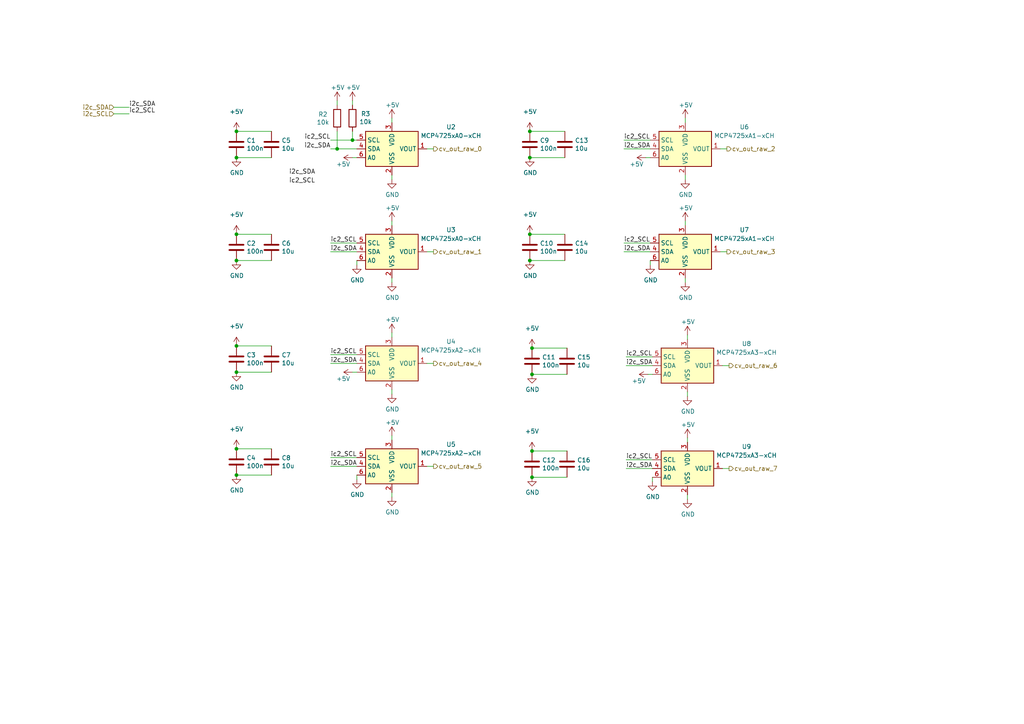
<source format=kicad_sch>
(kicad_sch (version 20211123) (generator eeschema)
  (paper "A4")
  (lib_symbols
    (symbol "Analog_DAC:MCP4725xxx-xCH"
      (property "Reference" "U" (at -6.35 6.35 0))
      (property "Value" "MCP4725xxx-xCH" (at 8.89 6.35 0))
      (symbol "MCP4725xxx-xCH_0_1"
        (rectangle (start -7.62 5.08) (end 7.62 -5.08) (stroke (width 0.254)) (fill (type background)))
      )
      (symbol "MCP4725xxx-xCH_1_1"
        (pin output line (at 10.16 0 180) (length 2.54) (name "VOUT") (number "1"))
        (pin power_in line (at 0 -7.62 90) (length 2.54) (name "VSS") (number "2"))
        (pin power_in line (at 0 7.62 270) (length 2.54) (name "VDD") (number "3"))
        (pin bidirectional line (at -10.16 0 0) (length 2.54) (name "SDA") (number "4"))
        (pin input line (at -10.16 2.54 0) (length 2.54) (name "SCL") (number "5"))
        (pin input line (at -10.16 -2.54 0) (length 2.54) (name "A0") (number "6"))
      )
    )
    (symbol "Device:C" (pin_numbers hide) (pin_names (offset 0.254))
      (property "Reference" "C" (at 0.635 2.54 0))
      (property "Value" "C" (at 0.635 -2.54 0))
      (symbol "C_0_1"
        (polyline (pts (xy -2.032 -0.762) (xy 2.032 -0.762)) (stroke (width 0.508)))
        (polyline (pts (xy -2.032 0.762) (xy 2.032 0.762)) (stroke (width 0.508)))
      )
      (symbol "C_1_1"
        (pin passive line (at 0 3.81 270) (length 2.794) (name "~") (number "1"))
        (pin passive line (at 0 -3.81 90) (length 2.794) (name "~") (number "2"))
      )
    )
    (symbol "Device:R" (pin_numbers hide) (pin_names (offset 0))
      (property "Reference" "R" (at 2.032 0 90))
      (property "Value" "R" (at 0 0 90))
      (symbol "R_0_1"
        (rectangle (start -1.016 -2.54) (end 1.016 2.54) (stroke (width 0.254)))
      )
      (symbol "R_1_1"
        (pin passive line (at 0 3.81 270) (length 1.27) (name "~") (number "1"))
        (pin passive line (at 0 -3.81 90) (length 1.27) (name "~") (number "2"))
      )
    )
    (symbol "power:+5V" (power) (pin_names (offset 0))
      (property "Value" "+5V" (at 0 3.556 0))
      (symbol "+5V_0_1"
        (polyline (pts (xy -0.762 1.27) (xy 0 2.54)))
        (polyline (pts (xy 0 0) (xy 0 2.54)))
        (polyline (pts (xy 0 2.54) (xy 0.762 1.27)))
      )
      (symbol "+5V_1_1"
        (pin power_in line (at 0 0 90) (length 0) hide (name "+5V") (number "1"))
      )
    )
    (symbol "power:GND" (power) (pin_names (offset 0))
      (property "Value" "GND" (at 0 -3.81 0))
      (symbol "GND_0_1"
        (polyline (pts (xy 0 0) (xy 0 -1.27) (xy 1.27 -1.27) (xy 0 -2.54) (xy -1.27 -1.27) (xy 0 -1.27)))
      )
      (symbol "GND_1_1"
        (pin power_in line (at 0 0 270) (length 0) hide (name "GND") (number "1"))
      )
    )
  )
  (junction (at 68.58 45.72))
  (junction (at 154.305 130.81))
  (junction (at 153.67 67.945))
  (junction (at 68.58 38.1))
  (junction (at 154.305 138.43))
  (junction (at 68.58 130.175))
  (junction (at 68.58 107.95))
  (junction (at 102.235 40.64))
  (junction (at 68.58 100.33))
  (junction (at 68.58 67.945))
  (junction (at 68.58 75.565))
  (junction (at 97.79 43.18))
  (junction (at 153.67 45.72))
  (junction (at 153.67 38.1))
  (junction (at 153.67 75.565))
  (junction (at 154.305 108.585))
  (junction (at 68.58 137.795))
  (junction (at 154.305 100.965))
  (wire (pts (xy 68.58 38.1) (xy 78.74 38.1)))
  (wire (pts (xy 187.96 108.585) (xy 189.23 108.585)))
  (wire (pts (xy 95.885 70.485) (xy 103.505 70.485)))
  (wire (pts (xy 102.235 45.72) (xy 103.505 45.72)))
  (wire (pts (xy 199.39 97.155) (xy 199.39 98.425)))
  (wire (pts (xy 181.61 103.505) (xy 189.23 103.505)))
  (wire (pts (xy 180.975 40.64) (xy 188.595 40.64)))
  (wire (pts (xy 154.305 100.965) (xy 164.465 100.965)))
  (wire (pts (xy 181.61 135.89) (xy 189.23 135.89)))
  (wire (pts (xy 95.885 105.41) (xy 103.505 105.41)))
  (wire (pts (xy 211.455 135.89) (xy 209.55 135.89)))
  (wire (pts (xy 154.305 130.81) (xy 164.465 130.81)))
  (wire (pts (xy 113.665 96.52) (xy 113.665 97.79)))
  (wire (pts (xy 210.82 43.18) (xy 208.915 43.18)))
  (wire (pts (xy 125.73 105.41) (xy 123.825 105.41)))
  (wire (pts (xy 95.885 40.64) (xy 102.235 40.64)))
  (wire (pts (xy 97.79 43.18) (xy 103.505 43.18)))
  (wire (pts (xy 199.39 127) (xy 199.39 128.27)))
  (wire (pts (xy 95.885 132.715) (xy 103.505 132.715)))
  (wire (pts (xy 102.235 29.21) (xy 102.235 30.48)))
  (wire (pts (xy 95.885 43.18) (xy 97.79 43.18)))
  (wire (pts (xy 180.975 70.485) (xy 188.595 70.485)))
  (wire (pts (xy 198.755 50.8) (xy 198.755 52.07)))
  (wire (pts (xy 95.885 73.025) (xy 103.505 73.025)))
  (wire (pts (xy 210.82 73.025) (xy 208.915 73.025)))
  (wire (pts (xy 180.975 43.18) (xy 188.595 43.18)))
  (wire (pts (xy 154.305 108.585) (xy 164.465 108.585)))
  (wire (pts (xy 68.58 100.33) (xy 78.74 100.33)))
  (wire (pts (xy 113.665 142.875) (xy 113.665 144.145)))
  (wire (pts (xy 188.595 76.835) (xy 188.595 75.565)))
  (wire (pts (xy 181.61 133.35) (xy 189.23 133.35)))
  (wire (pts (xy 113.665 80.645) (xy 113.665 81.915)))
  (wire (pts (xy 113.665 113.03) (xy 113.665 114.3)))
  (wire (pts (xy 125.73 43.18) (xy 123.825 43.18)))
  (wire (pts (xy 198.755 64.135) (xy 198.755 65.405)))
  (wire (pts (xy 33.02 31.115) (xy 37.465 31.115)))
  (wire (pts (xy 68.58 75.565) (xy 78.74 75.565)))
  (wire (pts (xy 68.58 137.795) (xy 78.74 137.795)))
  (wire (pts (xy 153.67 67.945) (xy 163.83 67.945)))
  (wire (pts (xy 33.02 33.02) (xy 37.465 33.02)))
  (wire (pts (xy 113.665 34.29) (xy 113.665 35.56)))
  (wire (pts (xy 153.67 45.72) (xy 163.83 45.72)))
  (wire (pts (xy 198.755 80.645) (xy 198.755 81.915)))
  (wire (pts (xy 113.665 50.8) (xy 113.665 52.07)))
  (wire (pts (xy 68.58 107.95) (xy 78.74 107.95)))
  (wire (pts (xy 102.235 40.64) (xy 103.505 40.64)))
  (wire (pts (xy 113.665 126.365) (xy 113.665 127.635)))
  (wire (pts (xy 102.235 107.95) (xy 103.505 107.95)))
  (wire (pts (xy 154.305 138.43) (xy 164.465 138.43)))
  (wire (pts (xy 199.39 143.51) (xy 199.39 144.78)))
  (wire (pts (xy 97.79 38.1) (xy 97.79 43.18)))
  (wire (pts (xy 180.975 73.025) (xy 188.595 73.025)))
  (wire (pts (xy 199.39 113.665) (xy 199.39 114.935)))
  (wire (pts (xy 68.58 130.175) (xy 78.74 130.175)))
  (wire (pts (xy 181.61 106.045) (xy 189.23 106.045)))
  (wire (pts (xy 103.505 139.065) (xy 103.505 137.795)))
  (wire (pts (xy 102.235 38.1) (xy 102.235 40.64)))
  (wire (pts (xy 103.505 76.835) (xy 103.505 75.565)))
  (wire (pts (xy 68.58 45.72) (xy 78.74 45.72)))
  (wire (pts (xy 198.755 34.29) (xy 198.755 35.56)))
  (wire (pts (xy 95.885 102.87) (xy 103.505 102.87)))
  (wire (pts (xy 189.23 139.7) (xy 189.23 138.43)))
  (wire (pts (xy 113.665 64.135) (xy 113.665 65.405)))
  (wire (pts (xy 68.58 67.945) (xy 78.74 67.945)))
  (wire (pts (xy 125.73 135.255) (xy 123.825 135.255)))
  (wire (pts (xy 211.455 106.045) (xy 209.55 106.045)))
  (wire (pts (xy 153.67 75.565) (xy 163.83 75.565)))
  (wire (pts (xy 95.885 135.255) (xy 103.505 135.255)))
  (wire (pts (xy 125.73 73.025) (xy 123.825 73.025)))
  (wire (pts (xy 187.325 45.72) (xy 188.595 45.72)))
  (wire (pts (xy 153.67 38.1) (xy 163.83 38.1)))
  (wire (pts (xy 97.79 29.21) (xy 97.79 30.48)))
  (label "ic2_SCL" (at 180.975 70.485 0))
  (label "i2c_SDA" (at 180.975 43.18 0))
  (label "ic2_SCL" (at 37.465 33.02 0))
  (label "i2c_SDA" (at 181.61 106.045 0))
  (label "ic2_SCL" (at 95.885 70.485 0))
  (label "ic2_SCL" (at 181.61 133.35 0))
  (label "i2c_SDA" (at 95.885 43.18 180))
  (label "ic2_SCL" (at 95.885 40.64 180))
  (label "ic2_SCL" (at 181.61 103.505 0))
  (label "ic2_SCL" (at 180.975 40.64 0))
  (label "i2c_SDA" (at 180.975 73.025 0))
  (label "i2c_SDA" (at 95.885 135.255 0))
  (label "i2c_SDA" (at 95.885 73.025 0))
  (label "i2c_SDA" (at 181.61 135.89 0))
  (label "i2c_SDA" (at 83.82 50.8 0))
  (label "i2c_SDA" (at 95.885 105.41 0))
  (label "ic2_SCL" (at 95.885 132.715 0))
  (label "ic2_SCL" (at 83.82 53.34 0))
  (label "i2c_SDA" (at 37.465 31.115 0))
  (label "ic2_SCL" (at 95.885 102.87 0))
  (hierarchical_label "cv_out_raw_5" (shape output) (at 125.73 135.255 0))
  (hierarchical_label "i2c_SDA" (shape input) (at 33.02 31.115 180))
  (hierarchical_label "cv_out_raw_7" (shape output) (at 211.455 135.89 0))
  (hierarchical_label "cv_out_raw_0" (shape output) (at 125.73 43.18 0))
  (hierarchical_label "cv_out_raw_3" (shape output) (at 210.82 73.025 0))
  (hierarchical_label "cv_out_raw_4" (shape output) (at 125.73 105.41 0))
  (hierarchical_label "i2c_SCL" (shape input) (at 33.02 33.02 180))
  (hierarchical_label "cv_out_raw_2" (shape output) (at 210.82 43.18 0))
  (hierarchical_label "cv_out_raw_1" (shape output) (at 125.73 73.025 0))
  (hierarchical_label "cv_out_raw_6" (shape output) (at 211.455 106.045 0))
  (symbol (lib_id "power:+5V") (at 153.67 67.945 0) (unit 1)
    (property "Reference" "#PWR061" (effects hide))
    (property "Value" "+5V" (at 153.67 62.23 0))
  )
  (symbol (lib_id "power:+5V") (at 102.235 45.72 90) (unit 1)
    (property "Reference" "#PWR047" (effects hide))
    (property "Value" "+5V" (at 101.6 47.625 90) (effects (justify left)))
  )
  (symbol (lib_id "power:GND") (at 153.67 45.72 0) (unit 1)
    (property "Reference" "#PWR060" (effects hide))
    (property "Value" "GND" (at 153.797 50.1142 0))
  )
  (symbol (lib_id "Device:C") (at 68.58 41.91 0) (unit 1)
    (property "Reference" "C1" (at 71.501 40.7416 0) (effects (justify left)))
    (property "Value" "100n" (at 71.501 43.053 0) (effects (justify left)))
    (property "Footprint" "Capacitor_SMD:C_0603_1608Metric" (effects hide))
    (property "LCSC" "C14663" (effects hide))
  )
  (symbol (lib_id "Analog_DAC:MCP4725xxx-xCH") (at 198.755 43.18 0) (unit 1)
    (property "Reference" "U6" (at 215.9 36.83 0))
    (property "Value" "MCP4725xA1-xCH" (at 215.9 39.37 0))
    (property "Footprint" "Package_TO_SOT_SMD:SOT-23-6" (effects hide))
    (property "Datasheet" "http://ww1.microchip.com/downloads/en/DeviceDoc/22039d.pdf" (effects hide))
  )
  (symbol (lib_id "Device:C") (at 163.83 41.91 0) (unit 1)
    (property "Reference" "C13" (at 166.751 40.7416 0) (effects (justify left)))
    (property "Value" "10u" (at 166.751 43.053 0) (effects (justify left)))
    (property "Footprint" "Capacitor_SMD:C_0603_1608Metric" (effects hide))
    (property "LCSC" "C14663" (effects hide))
  )
  (symbol (lib_id "Device:C") (at 68.58 71.755 0) (unit 1)
    (property "Reference" "C2" (at 71.501 70.5866 0) (effects (justify left)))
    (property "Value" "100n" (at 71.501 72.898 0) (effects (justify left)))
    (property "Footprint" "Capacitor_SMD:C_0603_1608Metric" (effects hide))
    (property "LCSC" "C14663" (effects hide))
  )
  (symbol (lib_id "Device:C") (at 78.74 133.985 0) (unit 1)
    (property "Reference" "C8" (at 81.661 132.8166 0) (effects (justify left)))
    (property "Value" "10u" (at 81.661 135.128 0) (effects (justify left)))
    (property "Footprint" "Capacitor_SMD:C_0603_1608Metric" (effects hide))
    (property "LCSC" "C14663" (effects hide))
  )
  (symbol (lib_id "Analog_DAC:MCP4725xxx-xCH") (at 113.665 105.41 0) (unit 1)
    (property "Reference" "U4" (at 130.81 99.06 0))
    (property "Value" "MCP4725xA2-xCH" (at 130.81 101.6 0))
    (property "Footprint" "Package_TO_SOT_SMD:SOT-23-6" (effects hide))
    (property "Datasheet" "http://ww1.microchip.com/downloads/en/DeviceDoc/22039d.pdf" (effects hide))
  )
  (symbol (lib_id "Analog_DAC:MCP4725xxx-xCH") (at 199.39 135.89 0) (unit 1)
    (property "Reference" "U9" (at 216.535 129.54 0))
    (property "Value" "MCP4725xA3-xCH" (at 216.535 132.08 0))
    (property "Footprint" "Package_TO_SOT_SMD:SOT-23-6" (effects hide))
    (property "Datasheet" "http://ww1.microchip.com/downloads/en/DeviceDoc/22039d.pdf" (effects hide))
  )
  (symbol (lib_id "power:GND") (at 198.755 52.07 0) (unit 1)
    (property "Reference" "#PWR072" (effects hide))
    (property "Value" "GND" (at 198.882 56.4642 0))
  )
  (symbol (lib_id "power:+5V") (at 113.665 64.135 0) (unit 1)
    (property "Reference" "#PWR053" (effects hide))
    (property "Value" "+5V" (at 111.76 60.325 0) (effects (justify left)))
  )
  (symbol (lib_id "power:GND") (at 103.505 139.065 0) (unit 1)
    (property "Reference" "#PWR050" (effects hide))
    (property "Value" "GND" (at 103.632 143.4592 0))
  )
  (symbol (lib_id "power:+5V") (at 187.325 45.72 90) (unit 1)
    (property "Reference" "#PWR067" (effects hide))
    (property "Value" "+5V" (at 186.69 47.625 90) (effects (justify left)))
  )
  (symbol (lib_id "power:+5V") (at 153.67 38.1 0) (unit 1)
    (property "Reference" "#PWR059" (effects hide))
    (property "Value" "+5V" (at 153.67 32.385 0))
  )
  (symbol (lib_id "Analog_DAC:MCP4725xxx-xCH") (at 113.665 135.255 0) (unit 1)
    (property "Reference" "U5" (at 130.81 128.905 0))
    (property "Value" "MCP4725xA2-xCH" (at 130.81 131.445 0))
    (property "Footprint" "Package_TO_SOT_SMD:SOT-23-6" (effects hide))
    (property "Datasheet" "http://ww1.microchip.com/downloads/en/DeviceDoc/22039d.pdf" (effects hide))
  )
  (symbol (lib_id "power:GND") (at 113.665 144.145 0) (unit 1)
    (property "Reference" "#PWR058" (effects hide))
    (property "Value" "GND" (at 113.792 148.5392 0))
  )
  (symbol (lib_id "power:GND") (at 189.23 139.7 0) (unit 1)
    (property "Reference" "#PWR070" (effects hide))
    (property "Value" "GND" (at 189.357 144.0942 0))
  )
  (symbol (lib_id "power:GND") (at 113.665 114.3 0) (unit 1)
    (property "Reference" "#PWR056" (effects hide))
    (property "Value" "GND" (at 113.792 118.6942 0))
  )
  (symbol (lib_id "power:GND") (at 68.58 107.95 0) (unit 1)
    (property "Reference" "#PWR042" (effects hide))
    (property "Value" "GND" (at 68.707 112.3442 0))
  )
  (symbol (lib_id "Analog_DAC:MCP4725xxx-xCH") (at 113.665 73.025 0) (unit 1)
    (property "Reference" "U3" (at 130.81 66.675 0))
    (property "Value" "MCP4725xA0-xCH" (at 130.81 69.215 0))
    (property "Footprint" "Package_TO_SOT_SMD:SOT-23-6" (effects hide))
    (property "Datasheet" "http://ww1.microchip.com/downloads/en/DeviceDoc/22039d.pdf" (effects hide))
  )
  (symbol (lib_id "power:+5V") (at 199.39 97.155 0) (unit 1)
    (property "Reference" "#PWR075" (effects hide))
    (property "Value" "+5V" (at 197.485 93.345 0) (effects (justify left)))
  )
  (symbol (lib_id "Device:C") (at 154.305 134.62 0) (unit 1)
    (property "Reference" "C12" (at 157.226 133.4516 0) (effects (justify left)))
    (property "Value" "100n" (at 157.226 135.763 0) (effects (justify left)))
    (property "Footprint" "Capacitor_SMD:C_0603_1608Metric" (effects hide))
    (property "LCSC" "C14663" (effects hide))
  )
  (symbol (lib_id "power:+5V") (at 68.58 130.175 0) (unit 1)
    (property "Reference" "#PWR043" (effects hide))
    (property "Value" "+5V" (at 68.58 124.46 0))
  )
  (symbol (lib_id "Device:C") (at 153.67 71.755 0) (unit 1)
    (property "Reference" "C10" (at 156.591 70.5866 0) (effects (justify left)))
    (property "Value" "100n" (at 156.591 72.898 0) (effects (justify left)))
    (property "Footprint" "Capacitor_SMD:C_0603_1608Metric" (effects hide))
    (property "LCSC" "C14663" (effects hide))
  )
  (symbol (lib_id "power:GND") (at 153.67 75.565 0) (unit 1)
    (property "Reference" "#PWR062" (effects hide))
    (property "Value" "GND" (at 153.797 79.9592 0))
  )
  (symbol (lib_id "power:GND") (at 198.755 81.915 0) (unit 1)
    (property "Reference" "#PWR074" (effects hide))
    (property "Value" "GND" (at 198.882 86.3092 0))
  )
  (symbol (lib_id "power:+5V") (at 113.665 34.29 0) (unit 1)
    (property "Reference" "#PWR051" (effects hide))
    (property "Value" "+5V" (at 111.76 30.48 0) (effects (justify left)))
  )
  (symbol (lib_id "power:GND") (at 113.665 52.07 0) (unit 1)
    (property "Reference" "#PWR052" (effects hide))
    (property "Value" "GND" (at 113.792 56.4642 0))
  )
  (symbol (lib_id "power:GND") (at 154.305 138.43 0) (unit 1)
    (property "Reference" "#PWR066" (effects hide))
    (property "Value" "GND" (at 154.432 142.8242 0))
  )
  (symbol (lib_id "power:+5V") (at 68.58 38.1 0) (unit 1)
    (property "Reference" "#PWR037" (effects hide))
    (property "Value" "+5V" (at 68.58 32.385 0))
  )
  (symbol (lib_id "Analog_DAC:MCP4725xxx-xCH") (at 198.755 73.025 0) (unit 1)
    (property "Reference" "U7" (at 215.9 66.675 0))
    (property "Value" "MCP4725xA1-xCH" (at 215.9 69.215 0))
    (property "Footprint" "Package_TO_SOT_SMD:SOT-23-6" (effects hide))
    (property "Datasheet" "http://ww1.microchip.com/downloads/en/DeviceDoc/22039d.pdf" (effects hide))
  )
  (symbol (lib_id "Device:C") (at 153.67 41.91 0) (unit 1)
    (property "Reference" "C9" (at 156.591 40.7416 0) (effects (justify left)))
    (property "Value" "100n" (at 156.591 43.053 0) (effects (justify left)))
    (property "Footprint" "Capacitor_SMD:C_0603_1608Metric" (effects hide))
    (property "LCSC" "C14663" (effects hide))
  )
  (symbol (lib_id "Analog_DAC:MCP4725xxx-xCH") (at 199.39 106.045 0) (unit 1)
    (property "Reference" "U8" (at 216.535 99.695 0))
    (property "Value" "MCP4725xA3-xCH" (at 216.535 102.235 0))
    (property "Footprint" "Package_TO_SOT_SMD:SOT-23-6" (effects hide))
    (property "Datasheet" "http://ww1.microchip.com/downloads/en/DeviceDoc/22039d.pdf" (effects hide))
  )
  (symbol (lib_id "power:GND") (at 68.58 75.565 0) (unit 1)
    (property "Reference" "#PWR040" (effects hide))
    (property "Value" "GND" (at 68.707 79.9592 0))
  )
  (symbol (lib_id "Device:C") (at 164.465 134.62 0) (unit 1)
    (property "Reference" "C16" (at 167.386 133.4516 0) (effects (justify left)))
    (property "Value" "10u" (at 167.386 135.763 0) (effects (justify left)))
    (property "Footprint" "Capacitor_SMD:C_0603_1608Metric" (effects hide))
    (property "LCSC" "C14663" (effects hide))
  )
  (symbol (lib_id "power:+5V") (at 102.235 107.95 90) (unit 1)
    (property "Reference" "#PWR048" (effects hide))
    (property "Value" "+5V" (at 101.6 109.855 90) (effects (justify left)))
  )
  (symbol (lib_id "Device:C") (at 163.83 71.755 0) (unit 1)
    (property "Reference" "C14" (at 166.751 70.5866 0) (effects (justify left)))
    (property "Value" "10u" (at 166.751 72.898 0) (effects (justify left)))
    (property "Footprint" "Capacitor_SMD:C_0603_1608Metric" (effects hide))
    (property "LCSC" "C14663" (effects hide))
  )
  (symbol (lib_id "Device:C") (at 68.58 133.985 0) (unit 1)
    (property "Reference" "C4" (at 71.501 132.8166 0) (effects (justify left)))
    (property "Value" "100n" (at 71.501 135.128 0) (effects (justify left)))
    (property "Footprint" "Capacitor_SMD:C_0603_1608Metric" (effects hide))
    (property "LCSC" "C14663" (effects hide))
  )
  (symbol (lib_id "power:GND") (at 68.58 137.795 0) (unit 1)
    (property "Reference" "#PWR044" (effects hide))
    (property "Value" "GND" (at 68.707 142.1892 0))
  )
  (symbol (lib_id "power:+5V") (at 102.235 29.21 0) (unit 1)
    (property "Reference" "#PWR046" (effects hide))
    (property "Value" "+5V" (at 100.33 25.4 0) (effects (justify left)))
  )
  (symbol (lib_id "power:+5V") (at 199.39 127 0) (unit 1)
    (property "Reference" "#PWR077" (effects hide))
    (property "Value" "+5V" (at 197.485 123.19 0) (effects (justify left)))
  )
  (symbol (lib_id "power:GND") (at 188.595 76.835 0) (unit 1)
    (property "Reference" "#PWR069" (effects hide))
    (property "Value" "GND" (at 188.722 81.2292 0))
  )
  (symbol (lib_id "Analog_DAC:MCP4725xxx-xCH") (at 113.665 43.18 0) (unit 1)
    (property "Reference" "U2" (at 130.81 36.83 0))
    (property "Value" "MCP4725xA0-xCH" (at 130.81 39.37 0))
    (property "Footprint" "Package_TO_SOT_SMD:SOT-23-6" (effects hide))
    (property "Datasheet" "http://ww1.microchip.com/downloads/en/DeviceDoc/22039d.pdf" (effects hide))
  )
  (symbol (lib_id "power:+5V") (at 113.665 96.52 0) (unit 1)
    (property "Reference" "#PWR055" (effects hide))
    (property "Value" "+5V" (at 111.76 92.71 0) (effects (justify left)))
  )
  (symbol (lib_id "power:GND") (at 199.39 114.935 0) (unit 1)
    (property "Reference" "#PWR076" (effects hide))
    (property "Value" "GND" (at 199.517 119.3292 0))
  )
  (symbol (lib_id "power:+5V") (at 198.755 64.135 0) (unit 1)
    (property "Reference" "#PWR073" (effects hide))
    (property "Value" "+5V" (at 196.85 60.325 0) (effects (justify left)))
  )
  (symbol (lib_id "power:GND") (at 199.39 144.78 0) (unit 1)
    (property "Reference" "#PWR078" (effects hide))
    (property "Value" "GND" (at 199.517 149.1742 0))
  )
  (symbol (lib_id "Device:R") (at 102.235 34.29 0) (unit 1)
    (property "Reference" "R3" (at 106.045 33.02 0))
    (property "Value" "10k" (at 106.045 35.3314 0))
    (property "Footprint" "Resistor_SMD:R_0603_1608Metric" (effects hide))
    (property "LCSC" "C25804" (effects hide))
  )
  (symbol (lib_id "Device:C") (at 78.74 104.14 0) (unit 1)
    (property "Reference" "C7" (at 81.661 102.9716 0) (effects (justify left)))
    (property "Value" "10u" (at 81.661 105.283 0) (effects (justify left)))
    (property "Footprint" "Capacitor_SMD:C_0603_1608Metric" (effects hide))
    (property "LCSC" "C14663" (effects hide))
  )
  (symbol (lib_id "Device:C") (at 68.58 104.14 0) (unit 1)
    (property "Reference" "C3" (at 71.501 102.9716 0) (effects (justify left)))
    (property "Value" "100n" (at 71.501 105.283 0) (effects (justify left)))
    (property "Footprint" "Capacitor_SMD:C_0603_1608Metric" (effects hide))
    (property "LCSC" "C14663" (effects hide))
  )
  (symbol (lib_id "power:+5V") (at 97.79 29.21 0) (unit 1)
    (property "Reference" "#PWR045" (effects hide))
    (property "Value" "+5V" (at 95.885 25.4 0) (effects (justify left)))
  )
  (symbol (lib_id "power:+5V") (at 68.58 67.945 0) (unit 1)
    (property "Reference" "#PWR039" (effects hide))
    (property "Value" "+5V" (at 68.58 62.23 0))
  )
  (symbol (lib_id "Device:C") (at 164.465 104.775 0) (unit 1)
    (property "Reference" "C15" (at 167.386 103.6066 0) (effects (justify left)))
    (property "Value" "10u" (at 167.386 105.918 0) (effects (justify left)))
    (property "Footprint" "Capacitor_SMD:C_0603_1608Metric" (effects hide))
    (property "LCSC" "C14663" (effects hide))
  )
  (symbol (lib_id "power:GND") (at 103.505 76.835 0) (unit 1)
    (property "Reference" "#PWR049" (effects hide))
    (property "Value" "GND" (at 103.632 81.2292 0))
  )
  (symbol (lib_id "power:GND") (at 68.58 45.72 0) (unit 1)
    (property "Reference" "#PWR038" (effects hide))
    (property "Value" "GND" (at 68.707 50.1142 0))
  )
  (symbol (lib_id "Device:C") (at 78.74 41.91 0) (unit 1)
    (property "Reference" "C5" (at 81.661 40.7416 0) (effects (justify left)))
    (property "Value" "10u" (at 81.661 43.053 0) (effects (justify left)))
    (property "Footprint" "Capacitor_SMD:C_0603_1608Metric" (effects hide))
    (property "LCSC" "C14663" (effects hide))
  )
  (symbol (lib_id "power:GND") (at 154.305 108.585 0) (unit 1)
    (property "Reference" "#PWR064" (effects hide))
    (property "Value" "GND" (at 154.432 112.9792 0))
  )
  (symbol (lib_id "Device:R") (at 97.79 34.29 0) (unit 1)
    (property "Reference" "R2" (at 93.6625 33.1597 0))
    (property "Value" "10k" (at 93.6625 35.4711 0))
    (property "Footprint" "Resistor_SMD:R_0603_1608Metric" (effects hide))
    (property "LCSC" "C25804" (effects hide))
  )
  (symbol (lib_id "power:+5V") (at 198.755 34.29 0) (unit 1)
    (property "Reference" "#PWR071" (effects hide))
    (property "Value" "+5V" (at 196.85 30.48 0) (effects (justify left)))
  )
  (symbol (lib_id "power:+5V") (at 68.58 100.33 0) (unit 1)
    (property "Reference" "#PWR041" (effects hide))
    (property "Value" "+5V" (at 68.58 94.615 0))
  )
  (symbol (lib_id "power:+5V") (at 113.665 126.365 0) (unit 1)
    (property "Reference" "#PWR057" (effects hide))
    (property "Value" "+5V" (at 111.76 122.555 0) (effects (justify left)))
  )
  (symbol (lib_id "power:+5V") (at 154.305 130.81 0) (unit 1)
    (property "Reference" "#PWR065" (effects hide))
    (property "Value" "+5V" (at 154.305 125.095 0))
  )
  (symbol (lib_id "power:+5V") (at 187.96 108.585 90) (unit 1)
    (property "Reference" "#PWR068" (effects hide))
    (property "Value" "+5V" (at 187.325 110.49 90) (effects (justify left)))
  )
  (symbol (lib_id "Device:C") (at 154.305 104.775 0) (unit 1)
    (property "Reference" "C11" (at 157.226 103.6066 0) (effects (justify left)))
    (property "Value" "100n" (at 157.226 105.918 0) (effects (justify left)))
    (property "Footprint" "Capacitor_SMD:C_0603_1608Metric" (effects hide))
    (property "LCSC" "C14663" (effects hide))
  )
  (symbol (lib_id "power:GND") (at 113.665 81.915 0) (unit 1)
    (property "Reference" "#PWR054" (effects hide))
    (property "Value" "GND" (at 113.792 86.3092 0))
  )
  (symbol (lib_id "power:+5V") (at 154.305 100.965 0) (unit 1)
    (property "Reference" "#PWR063" (effects hide))
    (property "Value" "+5V" (at 154.305 95.25 0))
  )
  (symbol (lib_id "Device:C") (at 78.74 71.755 0) (unit 1)
    (property "Reference" "C6" (at 81.661 70.5866 0) (effects (justify left)))
    (property "Value" "10u" (at 81.661 72.898 0) (effects (justify left)))
    (property "Footprint" "Capacitor_SMD:C_0603_1608Metric" (effects hide))
    (property "LCSC" "C14663" (effects hide))
  )
)
</source>
